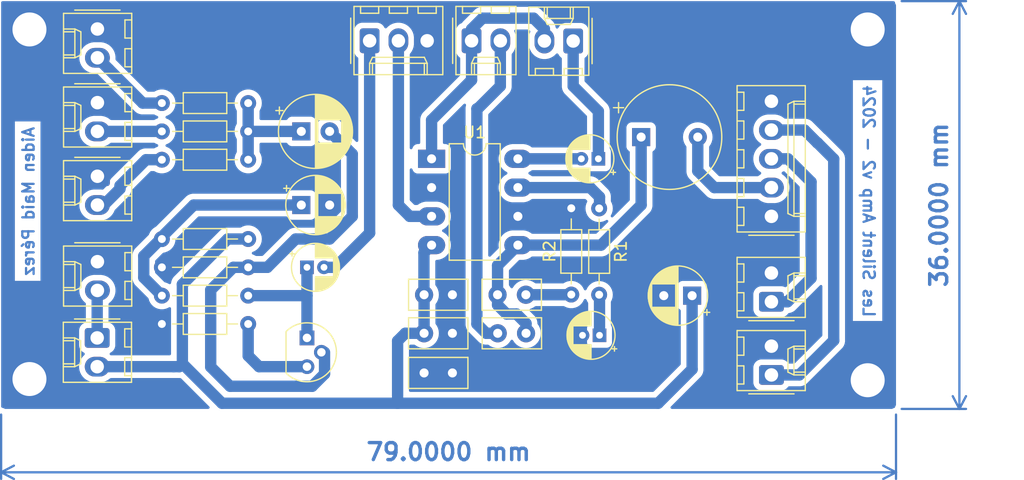
<source format=kicad_pcb>
(kicad_pcb (version 20240108) (generator "pcbnew") (generator_version "8.0")
  (layers (0 "F.Cu" signal) (31 "B.Cu" signal) (34 "B.Paste" user) (35 "F.Paste" user) (36 "B.SilkS" user "B.Silkscreen") (37 "F.SilkS" user "F.Silkscreen") (38 "B.Mask" user) (39 "F.Mask" user) (44 "Edge.Cuts" user))
  (net 0 "")
  (net 1 "Net-(Bass1-Pin_1)")
  (net 2 "Net-(Bass1-Pin_2)")
  (net 3 "Net-(Power-Input1-Pin_2)")
  (net 4 "GND")
  (net 5 "Net-(C5-Pad1)")
  (net 6 "Net-(C6-Pad2)")
  (net 7 "Net-(Gain1-Pin_1)")
  (net 8 "Net-(C7-Pad2)")
  (net 9 "Net-(C7-Pad1)")
  (net 10 "Net-(C9-Pad2)")
  (net 11 "Net-(Q1-G)")
  (net 12 "Net-(Output-Speaker1-Pin_1)")
  (net 13 "Net-(Output-Jack-6.1-Pin_1)")
  (net 14 "Net-(Q1-S)")
  (net 15 "Net-(Q1-D)")
  (net 16 "Net-(U1-BYPASS)")
  (net 17 "Net-(C11-Pad1)")
  (net 18 "Net-(U1-+)")
  (net 19 "Net-(Vol1-Pin_1)")
  (net 20 "Net-(SW1A-B)")
  (net 21 "Net-(C10-Pad1)")
  (net 22 "Net-(Input1-Pin_2)")
  (net 23 "Net-(Input2-Pin_2)")
  (net 24 "Net-(Input3-Pin_2)")
  (footprint "Connector_Molex:Molex_KK-254_AE-6410-02A_1x02_P2.54mm_Vertical" (layer "F.Cu") (at 89 58.5 90)
    (property "Reference" "Output-Jack-6.1" (hide yes))
    (property "Value" "Screw_Terminal_01x02" (hide yes))
    (pad "1" thru_hole roundrect (at 0 0 90) (size 1.74 2.19) (drill 1.19) (layers "*.Cu" "*.Mask") (roundrect_rratio 0.143678) (net 13 "Net-(Output-Jack-6.1-Pin_1)"))
    (pad "2" thru_hole oval (at 2.54 0 90) (size 1.74 2.19) (drill 1.19) (layers "*.Cu" "*.Mask") (net 4 "GND"))
  )
  (footprint "Resistor_THT:R_Axial_DIN0204_L3.6mm_D1.6mm_P7.62mm_Horizontal" (layer "F.Cu") (at 35.19 37)
    (property "Reference" "R8" (hide yes))
    (property "Value" "100Ω" (hide yes))
    (pad "1" thru_hole circle (at 0 0) (size 1.4 1.4) (drill 0.7) (layers "*.Cu" "*.Mask") (net 22 "Net-(Input1-Pin_2)"))
    (pad "2" thru_hole oval (at 7.62 0) (size 1.4 1.4) (drill 0.7) (layers "*.Cu" "*.Mask") (net 21 "Net-(C10-Pad1)"))
  )
  (footprint "Capacitor_THT:CP_Radial_D4.0mm_P1.50mm" (layer "F.Cu") (at 73.7226 39.42 180)
    (property "Reference" "C6" (hide yes))
    (property "Value" "10µF" (hide yes))
    (pad "1" thru_hole rect (at 0 0 180) (size 1.2 1.2) (drill 0.6) (layers "*.Cu" "*.Mask") (net 7 "Net-(Gain1-Pin_1)"))
    (pad "2" thru_hole circle (at 1.5 0 180) (size 1.2 1.2) (drill 0.6) (layers "*.Cu" "*.Mask") (net 6 "Net-(C6-Pad2)"))
  )
  (footprint "Resistor_THT:R_Axial_DIN0204_L3.6mm_D1.6mm_P7.62mm_Horizontal" (layer "F.Cu") (at 42.81 49 180)
    (property "Reference" "R3" (hide yes))
    (property "Value" "10MΩ" (hide yes))
    (pad "1" thru_hole circle (at 0 0 180) (size 1.4 1.4) (drill 0.7) (layers "*.Cu" "*.Mask") (net 11 "Net-(Q1-G)"))
    (pad "2" thru_hole oval (at 7.62 0 180) (size 1.4 1.4) (drill 0.7) (layers "*.Cu" "*.Mask") (net 4 "GND"))
  )
  (footprint "Package_TO_SOT_THT:TO-92" (layer "F.Cu") (at 48 55.23 -90)
    (property "Reference" "Q1" (hide yes))
    (property "Value" "MPF102" (hide yes))
    (pad "1" thru_hole rect (at 0 0 270) (size 1.3 1.3) (drill 0.75) (layers "*.Cu" "*.Mask") (net 15 "Net-(Q1-D)"))
    (pad "2" thru_hole circle (at 1.27 -1.27 270) (size 1.3 1.3) (drill 0.75) (layers "*.Cu" "*.Mask") (net 11 "Net-(Q1-G)"))
    (pad "3" thru_hole circle (at 2.54 0 270) (size 1.3 1.3) (drill 0.75) (layers "*.Cu" "*.Mask") (net 14 "Net-(Q1-S)"))
  )
  (footprint "Connector_Molex:Molex_KK-254_AE-6410-02A_1x02_P2.54mm_Vertical" (layer "F.Cu") (at 29.5 27.96 -90)
    (property "Reference" "Input2" (hide yes))
    (property "Value" "Screw_Terminal_01x02" (hide yes))
    (pad "1" thru_hole roundrect (at 0 0 270) (size 1.74 2.19) (drill 1.19) (layers "*.Cu" "*.Mask") (roundrect_rratio 0.143678) (net 4 "GND"))
    (pad "2" thru_hole oval (at 2.54 0 270) (size 1.74 2.19) (drill 1.19) (layers "*.Cu" "*.Mask") (net 23 "Net-(Input2-Pin_2)"))
  )
  (footprint "Connector_Molex:Molex_KK-254_AE-6410-02A_1x02_P2.54mm_Vertical" (layer "F.Cu") (at 29.5 34.46 -90)
    (property "Reference" "Input1" (hide yes))
    (property "Value" "Screw_Terminal_01x02" (hide yes))
    (pad "1" thru_hole roundrect (at 0 0 270) (size 1.74 2.19) (drill 1.19) (layers "*.Cu" "*.Mask") (roundrect_rratio 0.143678) (net 4 "GND"))
    (pad "2" thru_hole oval (at 2.54 0 270) (size 1.74 2.19) (drill 1.19) (layers "*.Cu" "*.Mask") (net 22 "Net-(Input1-Pin_2)"))
  )
  (footprint "Connector_Molex:Molex_KK-254_AE-6410-03A_1x03_P2.54mm_Vertical" (layer "F.Cu") (at 53.53 29)
    (property "Reference" "Vol1" (hide yes))
    (property "Value" "Screw_Terminal_01x03" (hide yes))
    (pad "1" thru_hole roundrect (at 0 0) (size 1.74 2.19) (drill 1.19) (layers "*.Cu" "*.Mask") (roundrect_rratio 0.143678) (net 19 "Net-(Vol1-Pin_1)"))
    (pad "2" thru_hole oval (at 2.54 0) (size 1.74 2.19) (drill 1.19) (layers "*.Cu" "*.Mask") (net 18 "Net-(U1-+)"))
    (pad "3" thru_hole oval (at 5.08 0) (size 1.74 2.19) (drill 1.19) (layers "*.Cu" "*.Mask") (net 4 "GND"))
  )
  (footprint "Capacitor_THT:CP_Radial_D4.0mm_P1.50mm" (layer "F.Cu") (at 48 49)
    (property "Reference" "C12" (hide yes))
    (property "Value" "4,7µF" (hide yes))
    (pad "1" thru_hole rect (at 0 0) (size 1.2 1.2) (drill 0.6) (layers "*.Cu" "*.Mask") (net 15 "Net-(Q1-D)"))
    (pad "2" thru_hole circle (at 1.5 0) (size 1.2 1.2) (drill 0.6) (layers "*.Cu" "*.Mask") (net 19 "Net-(Vol1-Pin_1)"))
  )
  (footprint "Resistor_THT:R_Axial_DIN0204_L3.6mm_D1.6mm_P7.62mm_Horizontal" (layer "F.Cu") (at 35.19 34.5)
    (property "Reference" "R7" (hide yes))
    (property "Value" "100Ω" (hide yes))
    (pad "1" thru_hole circle (at 0 0) (size 1.4 1.4) (drill 0.7) (layers "*.Cu" "*.Mask") (net 23 "Net-(Input2-Pin_2)"))
    (pad "2" thru_hole oval (at 7.62 0) (size 1.4 1.4) (drill 0.7) (layers "*.Cu" "*.Mask") (net 21 "Net-(C10-Pad1)"))
  )
  (footprint "Capacitor_THT:CP_Radial_D6.3mm_P2.50mm" (layer "F.Cu") (at 47.5 37)
    (property "Reference" "C10" (hide yes))
    (property "Value" "0,1µF" (hide yes))
    (pad "1" thru_hole rect (at 0 0) (size 1.6 1.6) (drill 0.8) (layers "*.Cu" "*.Mask") (net 21 "Net-(C10-Pad1)"))
    (pad "2" thru_hole circle (at 2.5 0) (size 1.6 1.6) (drill 0.8) (layers "*.Cu" "*.Mask") (net 11 "Net-(Q1-G)"))
  )
  (footprint "Capacitor_THT:C_Disc_D5.0mm_W2.5mm_P2.50mm" (layer "F.Cu") (at 58.338578 58.322545)
    (property "Reference" "C4" (hide yes))
    (property "Value" "470pF" (hide yes))
    (pad "1" thru_hole circle (at 0 0) (size 1.6 1.6) (drill 0.8) (layers "*.Cu" "*.Mask") (net 4 "GND"))
    (pad "2" thru_hole circle (at 2.5 0) (size 1.6 1.6) (drill 0.8) (layers "*.Cu" "*.Mask") (net 4 "GND"))
  )
  (footprint "Resistor_THT:R_Axial_DIN0204_L3.6mm_D1.6mm_P7.62mm_Horizontal" (layer "F.Cu") (at 73.793427 43.79787 -90)
    (property "Reference" "R1" (at 3.81 -1.92 -90) (layer "F.SilkS"))
    (property "Value" "10KΩ")
    (pad "1" thru_hole circle (at 0 0 270) (size 1.4 1.4) (drill 0.7) (layers "*.Cu" "*.Mask") (net 16 "Net-(U1-BYPASS)"))
    (pad "2" thru_hole oval (at 7.62 0 270) (size 1.4 1.4) (drill 0.7) (layers "*.Cu" "*.Mask") (net 5 "Net-(C5-Pad1)"))
  )
  (footprint "Package_DIP:DIP-8_W7.62mm_LongPads" (layer "F.Cu") (at 59 39.42)
    (property "Reference" "U1" (at 3.81 -2.33 0) (layer "F.SilkS"))
    (property "Value" "LM386")
    (pad "1" thru_hole rect (at 0 0) (size 2.4 1.6) (drill 0.8) (layers "*.Cu" "*.Mask") (net 1 "Net-(Bass1-Pin_1)"))
    (pad "2" thru_hole oval (at 0 2.54) (size 2.4 1.6) (drill 0.8) (layers "*.Cu" "*.Mask") (net 4 "GND"))
    (pad "3" thru_hole oval (at 0 5.08) (size 2.4 1.6) (drill 0.8) (layers "*.Cu" "*.Mask") (net 18 "Net-(U1-+)"))
    (pad "4" thru_hole oval (at 0 7.62) (size 2.4 1.6) (drill 0.8) (layers "*.Cu" "*.Mask") (net 20 "Net-(SW1A-B)"))
    (pad "5" thru_hole oval (at 7.62 7.62) (size 2.4 1.6) (drill 0.8) (layers "*.Cu" "*.Mask") (net 9 "Net-(C7-Pad1)"))
    (pad "6" thru_hole oval (at 7.62 5.08) (size 2.4 1.6) (drill 0.8) (layers "*.Cu" "*.Mask") (net 4 "GND"))
    (pad "7" thru_hole oval (at 7.62 2.54) (size 2.4 1.6) (drill 0.8) (layers "*.Cu" "*.Mask") (net 16 "Net-(U1-BYPASS)"))
    (pad "8" thru_hole oval (at 7.62 0) (size 2.4 1.6) (drill 0.8) (layers "*.Cu" "*.Mask") (net 6 "Net-(C6-Pad2)"))
  )
  (footprint "Capacitor_THT:CP_Radial_D4.0mm_P1.50mm" (layer "F.Cu") (at 73.825 55 180)
    (property "Reference" "C5" (hide yes))
    (property "Value" "10µF" (hide yes))
    (pad "1" thru_hole rect (at 0 0 180) (size 1.2 1.2) (drill 0.6) (layers "*.Cu" "*.Mask") (net 5 "Net-(C5-Pad1)"))
    (pad "2" thru_hole circle (at 1.5 0 180) (size 1.2 1.2) (drill 0.6) (layers "*.Cu" "*.Mask") (net 4 "GND"))
  )
  (footprint "Connector_Molex:Molex_KK-254_AE-6410-05A_1x05_P2.54mm_Vertical" (layer "F.Cu") (at 89 44.5 90)
    (property "Reference" "Output-Jack-3.1" (hide yes))
    (property "Value" "AudioJack2_Ground_Switch" (hide yes))
    (pad "1" thru_hole roundrect (at 0 0 90) (size 1.74 2.19) (drill 1.19) (layers "*.Cu" "*.Mask") (roundrect_rratio 0.143678) (net 4 "GND"))
    (pad "2" thru_hole oval (at 2.54 0 90) (size 1.74 2.19) (drill 1.19) (layers "*.Cu" "*.Mask") (net 10 "Net-(C9-Pad2)"))
    (pad "3" thru_hole oval (at 5.08 0 90) (size 1.74 2.19) (drill 1.19) (layers "*.Cu" "*.Mask") (net 12 "Net-(Output-Speaker1-Pin_1)"))
    (pad "4" thru_hole oval (at 7.62 0 90) (size 1.74 2.19) (drill 1.19) (layers "*.Cu" "*.Mask") (net 13 "Net-(Output-Jack-6.1-Pin_1)"))
    (pad "5" thru_hole oval (at 10.16 0 90) (size 1.74 2.19) (drill 1.19) (layers "*.Cu" "*.Mask") (net 4 "GND"))
  )
  (footprint "Capacitor_THT:CP_Radial_D5.0mm_P2.50mm" (layer "F.Cu") (at 82 51.5 180)
    (property "Reference" "C2" (hide yes))
    (property "Value" "100µF" (hide yes))
    (pad "1" thru_hole rect (at 0 0 180) (size 1.6 1.6) (drill 0.8) (layers "*.Cu" "*.Mask") (net 20 "Net-(SW1A-B)"))
    (pad "2" thru_hole circle (at 2.5 0 180) (size 1.6 1.6) (drill 0.8) (layers "*.Cu" "*.Mask") (net 4 "GND"))
  )
  (footprint "Capacitor_THT:CP_Radial_Tantal_D9.0mm_P5.00mm" (layer "F.Cu") (at 77.5 37.5)
    (property "Reference" "C9" (hide yes))
    (property "Value" "1000µF" (hide yes))
    (pad "1" thru_hole rect (at 0 0) (size 1.6 1.6) (drill 0.8) (layers "*.Cu" "*.Mask") (net 9 "Net-(C7-Pad1)"))
    (pad "2" thru_hole circle (at 5 0) (size 1.6 1.6) (drill 0.8) (layers "*.Cu" "*.Mask") (net 10 "Net-(C9-Pad2)"))
  )
  (footprint "Connector_Molex:Molex_KK-254_AE-6410-02A_1x02_P2.54mm_Vertical" (layer "F.Cu") (at 29.5 48.5 -90)
    (property "Reference" "Power-Input1" (hide yes))
    (property "Value" "Screw_Terminal_01x02" (hide yes))
    (pad "1" thru_hole roundrect (at 0 0 270) (size 1.74 2.19) (drill 1.19) (layers "*.Cu" "*.Mask") (roundrect_rratio 0.143678) (net 4 "GND"))
    (pad "2" thru_hole oval (at 2.54 0 270) (size 1.74 2.19) (drill 1.19) (layers "*.Cu" "*.Mask") (net 3 "Net-(Power-Input1-Pin_2)"))
  )
  (footprint "" (layer "F.Cu") (at 23.5 28)
    (property "Reference" "" (at 0 0 0) (layer "F.SilkS") (effects (font (size 1.27 1.27))))
    (property "Value" "" (at 0 0 0) (layer "F.SilkS") (effects (font (size 1.27 1.27))))
    (pad "" thru_hole circle (at 0 0) (size 4 4) (drill 3) (layers "*.Cu" "*.Mask") (net 4 "GND"))
  )
  (footprint "Capacitor_THT:CP_Radial_D5.0mm_P2.50mm" (layer "F.Cu") (at 47.5 43.5)
    (property "Reference" "C11" (hide yes))
    (property "Value" "100µF" (hide yes))
    (pad "1" thru_hole rect (at 0 0) (size 1.6 1.6) (drill 0.8) (layers "*.Cu" "*.Mask") (net 17 "Net-(C11-Pad1)"))
    (pad "2" thru_hole circle (at 2.5 0) (size 1.6 1.6) (drill 0.8) (layers "*.Cu" "*.Mask") (net 4 "GND"))
  )
  (footprint "Connector_Molex:Molex_KK-254_AE-6410-02A_1x02_P2.54mm_Vertical" (layer "F.Cu") (at 29.5 40.96 -90)
    (property "Reference" "Input3" (hide yes))
    (property "Value" "Screw_Terminal_01x02" (hide yes))
    (pad "1" thru_hole roundrect (at 0 0 270) (size 1.74 2.19) (drill 1.19) (layers "*.Cu" "*.Mask") (roundrect_rratio 0.143678) (net 4 "GND"))
    (pad "2" thru_hole oval (at 2.54 0 270) (size 1.74 2.19) (drill 1.19) (layers "*.Cu" "*.Mask") (net 24 "Net-(Input3-Pin_2)"))
  )
  (footprint "Capacitor_THT:C_Disc_D5.0mm_W2.5mm_P2.50mm" (layer "F.Cu") (at 64.825 51.42)
    (property "Reference" "C7" (hide yes))
    (property "Value" "0,1µF" (hide yes))
    (pad "1" thru_hole circle (at 0 0) (size 1.6 1.6) (drill 0.8) (layers "*.Cu" "*.Mask") (net 9 "Net-(C7-Pad1)"))
    (pad "2" thru_hole circle (at 2.5 0) (size 1.6 1.6) (drill 0.8) (layers "*.Cu" "*.Mask") (net 8 "Net-(C7-Pad2)"))
  )
  (footprint "Resistor_THT:R_Axial_DIN0204_L3.6mm_D1.6mm_P7.62mm_Horizontal" (layer "F.Cu") (at 35.19 39.5)
    (property "Reference" "R9" (hide yes))
    (property "Value" "100Ω" (hide yes))
    (pad "1" thru_hole circle (at 0 0) (size 1.4 1.4) (drill 0.7) (layers "*.Cu" "*.Mask") (net 24 "Net-(Input3-Pin_2)"))
    (pad "2" thru_hole oval (at 7.62 0) (size 1.4 1.4) (drill 0.7) (layers "*.Cu" "*.Mask") (net 21 "Net-(C10-Pad1)"))
  )
  (footprint "" (layer "F.Cu") (at 97.5 58.966)
    (property "Reference" "" (at 0 0 0) (layer "F.SilkS") (effects (font (size 1.27 1.27))))
    (property "Value" "" (at 0 0 0) (layer "F.SilkS") (effects (font (size 1.27 1.27))))
    (pad "" thru_hole circle (at 0 0) (size 4 4) (drill 3) (layers "*.Cu" "*.Mask") (net 4 "GND"))
  )
  (footprint "Resistor_THT:R_Axial_DIN0204_L3.6mm_D1.6mm_P7.62mm_Horizontal" (layer "F.Cu") (at 71.332175 51.405229 90)
    (property "Reference" "R2" (at 3.81 -1.92 90) (layer "F.SilkS"))
    (property "Value" "10Ω")
    (pad "1" thru_hole circle (at 0 0 90) (size 1.4 1.4) (drill 0.7) (layers "*.Cu" "*.Mask") (net 8 "Net-(C7-Pad2)"))
    (pad "2" thru_hole oval (at 7.62 0 90) (size 1.4 1.4) (drill 0.7) (layers "*.Cu" "*.Mask") (net 4 "GND"))
  )
  (footprint "Capacitor_THT:C_Disc_D5.0mm_W2.5mm_P2.50mm" (layer "F.Cu") (at 64.838578 54.822545)
    (property "Reference" "C8" (hide yes))
    (property "Value" "33nF" (hide yes))
    (pad "1" thru_hole circle (at 0 0) (size 1.6 1.6) (drill 0.8) (layers "*.Cu" "*.Mask") (net 2 "Net-(Bass1-Pin_2)"))
    (pad "2" thru_hole circle (at 2.5 0) (size 1.6 1.6) (drill 0.8) (layers "*.Cu" "*.Mask") (net 9 "Net-(C7-Pad1)"))
  )
  (footprint "Connector_Molex:Molex_KK-254_AE-6410-02A_1x02_P2.54mm_Vertical" (layer "F.Cu") (at 29.48 55.23 -90)
    (property "Reference" "SW1" (hide yes))
    (property "Value" "SW_DPST_x2" (hide yes))
    (pad "1" thru_hole roundrect (at 0 0 270) (size 1.74 2.19) (drill 1.19) (layers "*.Cu" "*.Mask") (roundrect_rratio 0.143678) (net 3 "Net-(Power-Input1-Pin_2)"))
    (pad "2" thru_hole oval (at 2.54 0 270) (size 1.74 2.19) (drill 1.19) (layers "*.Cu" "*.Mask") (net 20 "Net-(SW1A-B)"))
  )
  (footprint "Connector_Molex:Molex_KK-254_AE-6410-02A_1x02_P2.54mm_Vertical" (layer "F.Cu") (at 89 52.04 90)
    (property "Reference" "Output-Speaker1" (hide yes))
    (property "Value" "Screw_Terminal_01x02" (hide yes))
    (pad "1" thru_hole roundrect (at 0 0 90) (size 1.74 2.19) (drill 1.19) (layers "*.Cu" "*.Mask") (roundrect_rratio 0.143678) (net 12 "Net-(Output-Speaker1-Pin_1)"))
    (pad "2" thru_hole oval (at 2.54 0 90) (size 1.74 2.19) (drill 1.19) (layers "*.Cu" "*.Mask") (net 4 "GND"))
  )
  (footprint "Resistor_THT:R_Axial_DIN0204_L3.6mm_D1.6mm_P7.62mm_Horizontal" (layer "F.Cu") (at 35.19 46.5)
    (property "Reference" "R6" (hide yes))
    (property "Value" "10Ω" (hide yes))
    (pad "1" thru_hole circle (at 0 0) (size 1.4 1.4) (drill 0.7) (layers "*.Cu" "*.Mask") (net 17 "Net-(C11-Pad1)"))
    (pad "2" thru_hole oval (at 7.62 0) (size 1.4 1.4) (drill 0.7) (layers "*.Cu" "*.Mask") (net 20 "Net-(SW1A-B)"))
  )
  (footprint "Resistor_THT:R_Axial_DIN0204_L3.6mm_D1.6mm_P7.62mm_Horizontal" (layer "F.Cu") (at 35.19 51.5)
    (property "Reference" "R5" (hide yes))
    (property "Value" "1,2kΩ" (hide yes))
    (pad "1" thru_hole circle (at 0 0) (size 1.4 1.4) (drill 0.7) (layers "*.Cu" "*.Mask") (net 17 "Net-(C11-Pad1)"))
    (pad "2" thru_hole oval (at 7.62 0) (size 1.4 1.4) (drill 0.7) (layers "*.Cu" "*.Mask") (net 15 "Net-(Q1-D)"))
  )
  (footprint "Connector_Molex:Molex_KK-254_AE-6410-02A_1x02_P2.54mm_Vertical" (layer "F.Cu") (at 62.53 29)
    (property "Reference" "Bass1" (hide yes))
    (property "Value" "Screw_Terminal_01x02" (hide yes))
    (pad "1" thru_hole roundrect (at 0 0) (size 1.74 2.19) (drill 1.19) (layers "*.Cu" "*.Mask") (roundrect_rratio 0.143678) (net 1 "Net-(Bass1-Pin_1)"))
    (pad "2" thru_hole oval (at 2.54 0) (size 1.74 2.19) (drill 1.19) (layers "*.Cu" "*.Mask") (net 2 "Net-(Bass1-Pin_2)"))
  )
  (footprint "Connector_Molex:Molex_KK-254_AE-6410-02A_1x02_P2.54mm_Vertical" (layer "F.Cu") (at 71.5 29.02 180)
    (property "Reference" "Gain1" (hide yes))
    (property "Value" "Screw_Terminal_01x02" (hide yes))
    (pad "1" thru_hole roundrect (at 0 0 180) (size 1.74 2.19) (drill 1.19) (layers "*.Cu" "*.Mask") (roundrect_rratio 0.143678) (net 7 "Net-(Gain1-Pin_1)"))
    (pad "2" thru_hole oval (at 2.54 0 180) (size 1.74 2.19) (drill 1.19) (layers "*.Cu" "*.Mask") (net 1 "Net-(Bass1-Pin_1)"))
  )
  (footprint "Capacitor_THT:C_Disc_D5.0mm_W2.5mm_P2.50mm" (layer "F.Cu") (at 60.838578 54.822545 180)
    (property "Reference" "C3" (hide yes))
    (property "Value" "0,1µF" (hide yes))
    (pad "1" thru_hole circle (at 0 0 180) (size 1.6 1.6) (drill 0.8) (layers "*.Cu" "*.Mask") (net 4 "GND"))
    (pad "2" thru_hole circle (at 2.5 0 180) (size 1.6 1.6) (drill 0.8) (layers "*.Cu" "*.Mask") (net 20 "Net-(SW1A-B)"))
  )
  (footprint "" (layer "F.Cu") (at 97.5 28)
    (property "Reference" "" (at 0 0 0) (layer "F.SilkS") (effects (font (size 1.27 1.27))))
    (property "Value" "" (at 0 0 0) (layer "F.SilkS") (effects (font (size 1.27 1.27))))
    (pad "" thru_hole circle (at 0 0) (size 4 4) (drill 3) (layers "*.Cu" "*.Mask") (net 4 "GND"))
  )
  (footprint "Capacitor_THT:C_Disc_D5.0mm_W2.5mm_P2.50mm" (layer "F.Cu") (at 58.338578 51.42)
    (property "Reference" "C1" (hide yes))
    (property "Value" "0,1µF" (hide yes))
    (pad "1" thru_hole circle (at 0 0) (size 1.6 1.6) (drill 0.8) (layers "*.Cu" "*.Mask") (net 20 "Net-(SW1A-B)"))
    (pad "2" thru_hole circle (at 2.5 0) (size 1.6 1.6) (drill 0.8) (layers "*.Cu" "*.Mask") (net 4 "GND"))
  )
  (footprint "Resistor_THT:R_Axial_DIN0204_L3.6mm_D1.6mm_P7.62mm_Horizontal" (layer "F.Cu") (at 42.81 54 180)
    (property "Reference" "R4" (hide yes))
    (property "Value" "470Ω" (hide yes))
    (pad "1" thru_hole circle (at 0 0 180) (size 1.4 1.4) (drill 0.7) (layers "*.Cu" "*.Mask") (net 14 "Net-(Q1-S)"))
    (pad "2" thru_hole oval (at 7.62 0 180) (size 1.4 1.4) (drill 0.7) (layers "*.Cu" "*.Mask") (net 4 "GND"))
  )
  (footprint "" (layer "F.Cu") (at 23.5 58.861)
    (property "Reference" "" (at 30.798 -3.804 90) (layer "F.SilkS") (effects (font (size 1.27 1.27))))
    (property "Value" "" (at 30.798 -3.804 90) (layer "F.SilkS") (effects (font (size 1.27 1.27))))
    (pad "" thru_hole circle (at 0 0) (size 4 4) (drill 3) (layers "*.Cu" "*.Mask") (net 4 "GND"))
  )
  (gr_text "Les Silent Amp v2 - 2024" (at 97 53.5 270) (layer "B.Cu") (effects (font (size 1 1) (thickness 0.2) (bold yes)) (justify left bottom mirror)))
  (gr_text "Aiden Maid Pérez" (at 24 36.5 90) (layer "B.Cu") (effects (font (size 1 1) (thickness 0.2) (bold yes)) (justify left bottom mirror)))
  (dimension (type aligned) (layer "B.Cu") (pts (xy 100 61.5) (xy 100 25.5)) (height 5.593999) (gr_text "36,0000 mm" (at 103.793999 43.5 90) (layer "B.Cu") (effects (font (size 1.5 1.5) (thickness 0.3)))) (format (prefix "") (suffix "") (units 3) (units_format 1) (precision 4)) (style (thickness 0.2) (arrow_length 1.27) (text_position_mode 0) (extension_height 0.58642) (extension_offset 0.5) keep_text_aligned))
  (dimension (type aligned) (layer "B.Cu") (pts (xy 21 61.5) (xy 100 61.5)) (height 5.593999) (gr_text "79,0000 mm" (at 60.5 65.293999 0) (layer "B.Cu") (effects (font (size 1.5 1.5) (thickness 0.3)))) (format (prefix "") (suffix "") (units 3) (units_format 1) (precision 4)) (style (thickness 0.2) (arrow_length 1.27) (text_position_mode 0) (extension_height 0.58642) (extension_offset 0.5) keep_text_aligned))
  (segment (start 68.96 27.965) (end 68.96 29.02) (width 1) (layer "B.Cu") (net 1))
  (segment (start 59 39.42) (end 59 36) (width 1) (layer "B.Cu") (net 1))
  (segment (start 68 27.005) (end 68.96 27.965) (width 1) (layer "B.Cu") (net 1))
  (segment (start 62.53 29) (end 62.53 27.97) (width 1) (layer "B.Cu") (net 1))
  (segment (start 63.5 27) (end 63.505 27.005) (width 1) (layer "B.Cu") (net 1))
  (segment (start 59 36) (end 62.53 32.47) (width 1) (layer "B.Cu") (net 1))
  (segment (start 59 39.42) (end 59.08 39.5) (width 1) (layer "B.Cu") (net 1))
  (segment (start 62.53 27.97) (end 63.5 27) (width 1) (layer "B.Cu") (net 1))
  (segment (start 63.505 27.005) (end 68 27.005) (width 1) (layer "B.Cu") (net 1))
  (segment (start 62.53 32.47) (end 62.53 29) (width 1) (layer "B.Cu") (net 1))
  (segment (start 65.07 33) (end 65.07 29) (width 1) (layer "B.Cu") (net 2))
  (segment (start 63.822545 54.822545) (end 63 54) (width 1) (layer "B.Cu") (net 2))
  (segment (start 63 35) (end 63.07 35) (width 1) (layer "B.Cu") (net 2))
  (segment (start 63 54) (end 63 35) (width 1) (layer "B.Cu") (net 2))
  (segment (start 64.838578 54.822545) (end 63.822545 54.822545) (width 1) (layer "B.Cu") (net 2))
  (segment (start 63.07 35) (end 65.07 33) (width 1) (layer "B.Cu") (net 2))
  (segment (start 29.48 51.06) (end 29.5 51.04) (width 1) (layer "B.Cu") (net 3))
  (segment (start 29.48 55.23) (end 29.48 51.06) (width 1) (layer "B.Cu") (net 3))
  (segment (start 73.825 55) (end 73.825 51.449443) (width 1) (layer "B.Cu") (net 5))
  (segment (start 73.825 51.449443) (end 73.793427 51.41787) (width 1) (layer "B.Cu") (net 5))
  (segment (start 66.62 39.42) (end 72.325 39.42) (width 1) (layer "B.Cu") (net 6))
  (segment (start 71.5 29.02) (end 71.5 33) (width 1) (layer "B.Cu") (net 7))
  (segment (start 73.725 35.225) (end 73.725 39.42) (width 1) (layer "B.Cu") (net 7))
  (segment (start 71.5 33) (end 73.725 35.225) (width 1) (layer "B.Cu") (net 7))
  (segment (start 67.325 51.42) (end 71.317404 51.42) (width 1) (layer "B.Cu") (net 8))
  (segment (start 71.317404 51.42) (end 71.332175 51.405229) (width 1) (layer "B.Cu") (net 8))
  (segment (start 66.5 53.12) (end 67.338578 53.958578) (width 1) (layer "B.Cu") (net 9))
  (segment (start 77.5 43.5) (end 77.5 37.5) (width 1) (layer "B.Cu") (net 9))
  (segment (start 65.62 53.12) (end 66.5 53.12) (width 1) (layer "B.Cu") (net 9))
  (segment (start 67.338578 53.958578) (end 67.338578 54.822545) (width 1) (layer "B.Cu") (net 9))
  (segment (start 64.825 51.42) (end 64.825 52.325) (width 1) (layer "B.Cu") (net 9))
  (segment (start 64.825 52.325) (end 65.62 53.12) (width 1) (layer "B.Cu") (net 9))
  (segment (start 66.62 47.04) (end 73.96 47.04) (width 1) (layer "B.Cu") (net 9))
  (segment (start 73.96 47.04) (end 77.5 43.5) (width 1) (layer "B.Cu") (net 9))
  (segment (start 64.825 48.835) (end 66.62 47.04) (width 1) (layer "B.Cu") (net 9))
  (segment (start 64.825 51.42) (end 64.825 48.835) (width 1) (layer "B.Cu") (net 9))
  (segment (start 83.96 41.96) (end 89 41.96) (width 1) (layer "B.Cu") (net 10))
  (segment (start 82.5 37.5) (end 82.5 40.5) (width 1) (layer "B.Cu") (net 10))
  (segment (start 88.917817 41.877817) (end 89 41.96) (width 1) (layer "B.Cu") (net 10))
  (segment (start 82.5 40.5) (end 83.96 41.96) (width 1) (layer "B.Cu") (net 10))
  (segment (start 88.92 41.88) (end 89 41.96) (width 1) (layer "B.Cu") (net 10))
  (segment (start 52 39) (end 50 37) (width 1) (layer "B.Cu") (net 11))
  (segment (start 47 46.5) (end 50 46.5) (width 1) (layer "B.Cu") (net 11))
  (segment (start 48.462032 59.5) (end 41.21 59.5) (width 1) (layer "B.Cu") (net 11))
  (segment (start 42.81 49) (end 44.5 49) (width 1) (layer "B.Cu") (net 11))
  (segment (start 49.55 58.412032) (end 48.462032 59.5) (width 1) (layer "B.Cu") (net 11))
  (segment (start 49.55 56.5) (end 49.55 58.412032) (width 1) (layer "B.Cu") (net 11))
  (segment (start 50 46.5) (end 52 44.5) (width 1) (layer "B.Cu") (net 11))
  (segment (start 52 44.5) (end 52 39) (width 1) (layer "B.Cu") (net 11))
  (segment (start 41.5 49) (end 42.81 49) (width 1) (layer "B.Cu") (net 11))
  (segment (start 44.5 49) (end 47 46.5) (width 1) (layer "B.Cu") (net 11))
  (segment (start 39.5 57.79) (end 39.5 51) (width 1) (layer "B.Cu") (net 11))
  (segment (start 41.21 59.5) (end 39.5 57.79) (width 1) (layer "B.Cu") (net 11))
  (segment (start 39.5 51) (end 41.5 49) (width 1) (layer "B.Cu") (net 11))
  (segment (start 92.5 49.96) (end 92.5 41.46) (width 1) (layer "B.Cu") (net 12))
  (segment (start 92.5 41.46) (end 90.46 39.42) (width 1) (layer "B.Cu") (net 12))
  (segment (start 89 52.04) (end 90.42 52.04) (width 1) (layer "B.Cu") (net 12))
  (segment (start 90.42 52.04) (end 92.5 49.96) (width 1) (layer "B.Cu") (net 12))
  (segment (start 90.46 39.42) (end 89 39.42) (width 1) (layer "B.Cu") (net 12))
  (segment (start 89 58.5) (end 91.46 58.5) (width 1) (layer "B.Cu") (net 13))
  (segment (start 94.5 39.440101) (end 93.079899 38.02) (width 1) (layer "B.Cu") (net 13))
  (segment (start 93.06 38.02) (end 91.92 36.88) (width 1) (layer "B.Cu") (net 13))
  (segment (start 91.92 36.88) (end 89 36.88) (width 1) (layer "B.Cu") (net 13))
  (segment (start 93.079899 38.02) (end 93.06 38.02) (width 1) (layer "B.Cu") (net 13))
  (segment (start 94.5 55.46) (end 94.5 39.440101) (width 1) (layer "B.Cu") (net 13))
  (segment (start 91.46 58.5) (end 94.5 55.46) (width 1) (layer "B.Cu") (net 13))
  (segment (start 42.81 56.81) (end 43.77 57.77) (width 1) (layer "B.Cu") (net 14))
  (segment (start 42.81 54) (end 42.81 56.81) (width 1) (layer "B.Cu") (net 14))
  (segment (start 43.77 57.77) (end 48 57.77) (width 1) (layer "B.Cu") (net 14))
  (segment (start 48 49) (end 48 51.5) (width 1) (layer "B.Cu") (net 15))
  (segment (start 42.81 51.5) (end 48 51.5) (width 1) (layer "B.Cu") (net 15))
  (segment (start 48 51.5) (end 48 55.23) (width 1) (layer "B.Cu") (net 15))
  (segment (start 73.825 42.785) (end 73.825 43.88) (width 1) (layer "B.Cu") (net 16))
  (segment (start 73 41.96) (end 73.825 42.785) (width 1) (layer "B.Cu") (net 16))
  (segment (start 66.62 41.96) (end 73 41.96) (width 1) (layer "B.Cu") (net 16))
  (segment (start 35.19 46.5) (end 35.09 46.5) (width 1) (layer "B.Cu") (net 17))
  (segment (start 35.19 46.31) (end 38 43.5) (width 1) (layer "B.Cu") (net 17))
  (segment (start 35.09 46.5) (end 33.59 48) (width 1) (layer "B.Cu") (net 17))
  (segment (start 33.59 49.9) (end 35.19 51.5) (width 1) (layer "B.Cu") (net 17))
  (segment (start 38 43.5) (end 47.294888 43.5) (width 1) (layer "B.Cu") (net 17))
  (segment (start 35.19 46.714) (end 35.19 46.31) (width 1) (layer "B.Cu") (net 17))
  (segment (start 33.59 48) (end 33.59 49.9) (width 1) (layer "B.Cu") (net 17))
  (segment (start 57.07 44.5) (end 56.07 43.5) (width 1) (layer "B.Cu") (net 18))
  (segment (start 56.07 43.5) (end 56.07 29) (width 1) (layer "B.Cu") (net 18))
  (segment (start 59 44.5) (end 57.07 44.5) (width 1) (layer "B.Cu") (net 18))
  (segment (start 53.53 45.97) (end 50.5 49) (width 1) (layer "B.Cu") (net 19))
  (segment (start 53.53 29) (end 53.53 45.97) (width 1) (layer "B.Cu") (net 19))
  (segment (start 50.5 49) (end 49.5 49) (width 1) (layer "B.Cu") (net 19))
  (segment (start 56 55.5) (end 56.677455 54.822545) (width 1) (layer "B.Cu") (net 20))
  (segment (start 82 51.5) (end 82 58) (width 1) (layer "B.Cu") (net 20))
  (segment (start 56 61) (end 56 55.5) (width 1) (layer "B.Cu") (net 20))
  (segment (start 37 57.5) (end 37 50.5) (width 1) (layer "B.Cu") (net 20))
  (segment (start 58.325 47.715) (end 58.325 51.406422) (width 1) (layer "B.Cu") (net 20))
  (segment (start 79 61) (end 56 61) (width 1) (layer "B.Cu") (net 20))
  (segment (start 41 46.5) (end 42.81 46.5) (width 1) (layer "B.Cu") (net 20))
  (segment (start 56.677455 54.822545) (end 58.338578 54.822545) (width 1) (layer "B.Cu") (net 20))
  (segment (start 82 58) (end 79 61) (width 1) (layer "B.Cu") (net 20))
  (segment (start 37 50.5) (end 41 46.5) (width 1) (layer "B.Cu") (net 20))
  (segment (start 58.325 51.406422) (end 58.338578 51.42) (width 1) (layer "B.Cu") (net 20))
  (segment (start 36.23 57.77) (end 36.73 57.77) (width 1) (layer "B.Cu") (net 20))
  (segment (start 58.338578 51.42) (end 58.338578 54.822545) (width 1) (layer "B.Cu") (net 20))
  (segment (start 37 57.5) (end 40.5 61) (width 1) (layer "B.Cu") (net 20))
  (segment (start 29.48 57.77) (end 36.23 57.77) (width 1) (layer "B.Cu") (net 20))
  (segment (start 40.5 61) (end 56 61) (width 1) (layer "B.Cu") (net 20))
  (segment (start 36.73 57.77) (end 37 57.5) (width 1) (layer "B.Cu") (net 20))
  (segment (start 59 47.04) (end 58.325 47.715) (width 1) (layer "B.Cu") (net 20))
  (segment (start 42.81 39.5) (end 42.81 34.5) (width 1) (layer "B.Cu") (net 21))
  (segment (start 42.81 37) (end 47.5 37) (width 1) (layer "B.Cu") (net 21))
  (segment (start 29.5 37) (end 35.19 37) (width 1) (layer "B.Cu") (net 22))
  (segment (start 30.5 31.5) (end 33.5 34.5) (width 1) (layer "B.Cu") (net 23))
  (segment (start 29.5 30.5) (end 30.5 31.5) (width 1) (layer "B.Cu") (net 23))
  (segment (start 33.5 34.5) (end 35.19 34.5) (width 1) (layer "B.Cu") (net 23))
  (segment (start 29.57 30.43) (end 29.5 30.5) (width 1) (layer "B.Cu") (net 23))
  (segment (start 29.5 43.5) (end 30.058274 43.5) (width 1) (layer "B.Cu") (net 24))
  (segment (start 31.495 42.063274) (end 31.495 41.795) (width 1) (layer "B.Cu") (net 24))
  (segment (start 33.79 39.5) (end 35.19 39.5) (width 1) (layer "B.Cu") (net 24))
  (segment (start 30.058274 43.5) (end 31.495 42.063274) (width 1) (layer "B.Cu") (net 24))
  (segment (start 31.495 41.795) (end 33.79 39.5) (width 1) (layer "B.Cu") (net 24))
  (zone (net 4) (net_name "GND") (layer "B.Cu") (connect_pads yes (clearance 0.5)) (min_thickness 0.25) (fill yes (thermal_gap 0.5) (thermal_bridge_width 0.5))
    (polygon (pts (xy 100 25.5) (xy 21 25.5) (xy 21 61.5) (xy 100 61.5)))
  )
)
</source>
